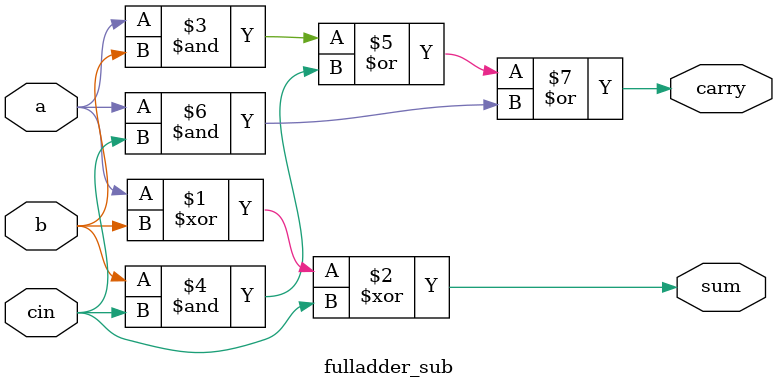
<source format=v>
module fulladder_sub(
    input  wire a, b, cin,   // Inputs
    output wire sum, carry   // Outputs
);

    // Logic equations
    assign sum   = a ^ b ^ cin;                  // XOR for sum
    assign carry = (a & b) | (b & cin) | (a & cin); // Majority function for carry

endmodule

</source>
